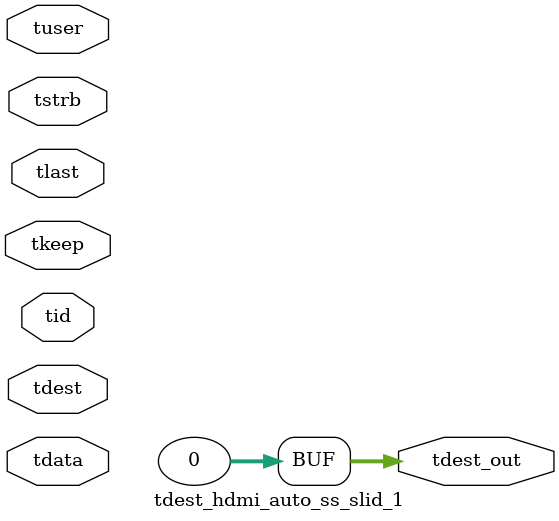
<source format=v>


`timescale 1ps/1ps

module tdest_hdmi_auto_ss_slid_1 #
(
parameter C_S_AXIS_TDATA_WIDTH = 32,
parameter C_S_AXIS_TUSER_WIDTH = 0,
parameter C_S_AXIS_TID_WIDTH   = 0,
parameter C_S_AXIS_TDEST_WIDTH = 0,
parameter C_M_AXIS_TDEST_WIDTH = 32
)
(
input  [(C_S_AXIS_TDATA_WIDTH == 0 ? 1 : C_S_AXIS_TDATA_WIDTH)-1:0     ] tdata,
input  [(C_S_AXIS_TUSER_WIDTH == 0 ? 1 : C_S_AXIS_TUSER_WIDTH)-1:0     ] tuser,
input  [(C_S_AXIS_TID_WIDTH   == 0 ? 1 : C_S_AXIS_TID_WIDTH)-1:0       ] tid,
input  [(C_S_AXIS_TDEST_WIDTH == 0 ? 1 : C_S_AXIS_TDEST_WIDTH)-1:0     ] tdest,
input  [(C_S_AXIS_TDATA_WIDTH/8)-1:0 ] tkeep,
input  [(C_S_AXIS_TDATA_WIDTH/8)-1:0 ] tstrb,
input                                                                    tlast,
output [C_M_AXIS_TDEST_WIDTH-1:0] tdest_out
);

assign tdest_out = {1'b0};

endmodule


</source>
